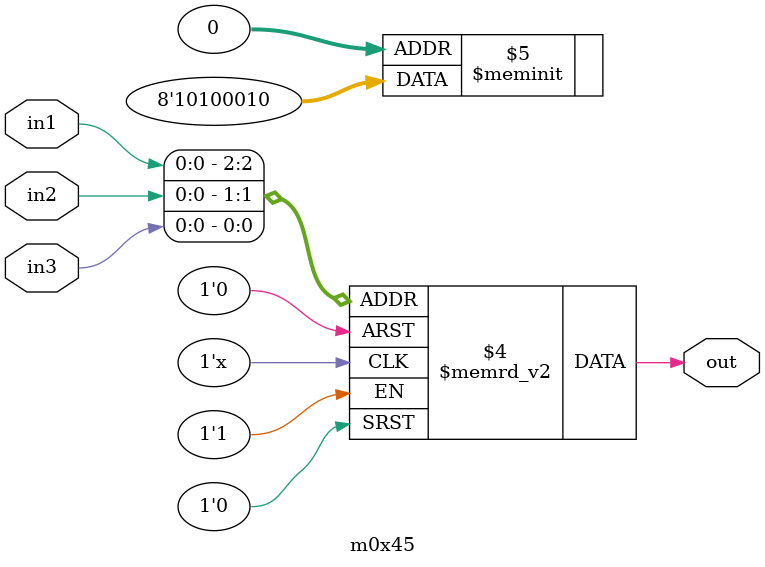
<source format=v>
module m0x45(output out, input in1, in2, in3);

   always @(in1, in2, in3)
     begin
        case({in1, in2, in3})
          3'b000: {out} = 1'b0;
          3'b001: {out} = 1'b1;
          3'b010: {out} = 1'b0;
          3'b011: {out} = 1'b0;
          3'b100: {out} = 1'b0;
          3'b101: {out} = 1'b1;
          3'b110: {out} = 1'b0;
          3'b111: {out} = 1'b1;
        endcase // case ({in1, in2, in3})
     end // always @ (in1, in2, in3)

endmodule // m0x45
</source>
